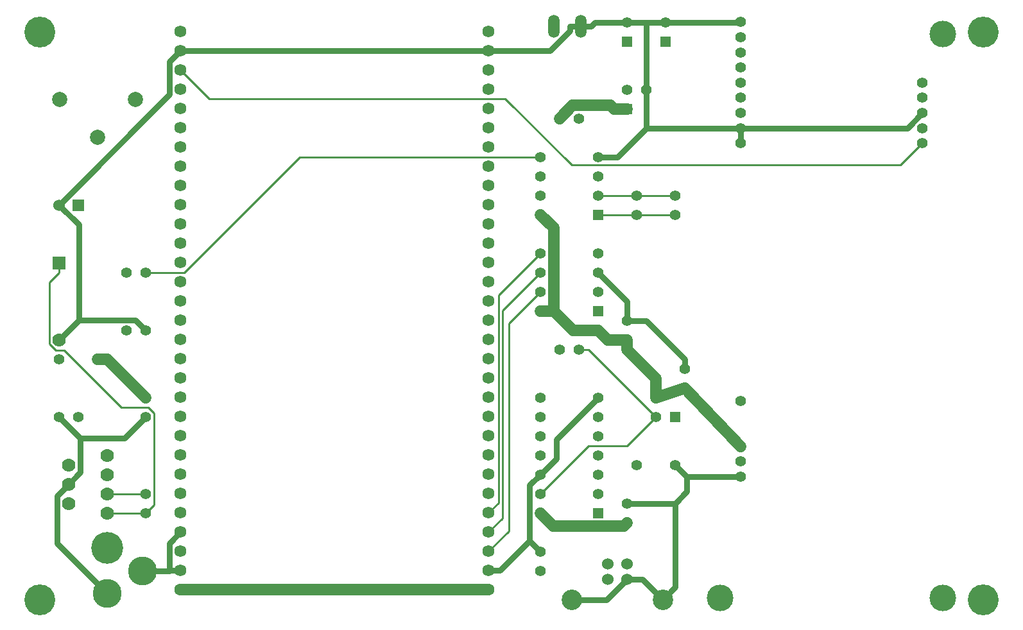
<source format=gtl>
G04 (created by PCBNEW (2013-07-07 BZR 4022)-stable) date 12/20/2013 10:24:56 AM*
%MOIN*%
G04 Gerber Fmt 3.4, Leading zero omitted, Abs format*
%FSLAX34Y34*%
G01*
G70*
G90*
G04 APERTURE LIST*
%ADD10C,0.00590551*%
%ADD11C,0.0625*%
%ADD12R,0.055X0.055*%
%ADD13C,0.055*%
%ADD14C,0.138*%
%ADD15R,0.06X0.06*%
%ADD16C,0.06*%
%ADD17O,0.0593X0.1187*%
%ADD18C,0.07*%
%ADD19R,0.07X0.07*%
%ADD20C,0.0787402*%
%ADD21C,0.1063*%
%ADD22C,0.165354*%
%ADD23C,0.149606*%
%ADD24C,0.16*%
%ADD25C,0.06*%
%ADD26C,0.01*%
%ADD27C,0.03*%
G04 APERTURE END LIST*
G54D10*
G54D11*
X53312Y-53491D03*
X53312Y-52491D03*
X53312Y-51491D03*
X53312Y-50491D03*
X53312Y-49491D03*
X53312Y-48491D03*
X53312Y-47491D03*
X53312Y-46491D03*
X53312Y-45491D03*
X53312Y-44491D03*
X53312Y-43491D03*
X53312Y-42491D03*
X53312Y-41491D03*
X53312Y-40491D03*
X53312Y-39491D03*
X53312Y-38491D03*
X53312Y-37491D03*
X53312Y-36491D03*
X53312Y-35491D03*
X53312Y-34491D03*
X53312Y-33491D03*
X53312Y-32491D03*
X53312Y-31491D03*
X53312Y-30491D03*
X53312Y-29491D03*
X53312Y-28491D03*
X53312Y-27491D03*
X53312Y-26491D03*
X53312Y-25491D03*
X53312Y-24491D03*
X37312Y-53491D03*
X37312Y-52491D03*
X37312Y-51491D03*
X37312Y-50491D03*
X37312Y-49491D03*
X37312Y-48491D03*
X37312Y-47491D03*
X37312Y-46491D03*
X37312Y-45491D03*
X37312Y-44491D03*
X37312Y-43491D03*
X37312Y-42491D03*
X37312Y-41491D03*
X37312Y-40491D03*
X37312Y-39491D03*
X37312Y-38491D03*
X37312Y-37491D03*
X37312Y-36491D03*
X37312Y-35491D03*
X37312Y-34491D03*
X37312Y-33491D03*
X37312Y-32491D03*
X37312Y-31491D03*
X37312Y-30491D03*
X37312Y-29491D03*
X37312Y-28491D03*
X37312Y-27491D03*
X37312Y-26491D03*
X37312Y-25491D03*
X37312Y-24491D03*
G54D12*
X60500Y-28500D03*
G54D13*
X60500Y-27500D03*
X61500Y-27500D03*
G54D12*
X63000Y-44500D03*
G54D13*
X62000Y-44500D03*
X62000Y-43500D03*
G54D14*
X76900Y-53900D03*
X65325Y-53900D03*
X76900Y-24600D03*
G54D13*
X66400Y-47610D03*
X66400Y-46040D03*
X66400Y-43677D03*
X66401Y-30291D03*
X66401Y-29503D03*
X66401Y-23992D03*
X66401Y-24779D03*
X66401Y-25566D03*
X66401Y-26354D03*
X66401Y-27141D03*
X66401Y-27929D03*
X66401Y-28716D03*
X75850Y-30291D03*
X75850Y-29503D03*
X75850Y-28716D03*
X75850Y-27929D03*
X75850Y-27141D03*
X66400Y-46827D03*
G54D15*
X32000Y-33500D03*
G54D16*
X31000Y-33500D03*
G54D17*
X56711Y-24200D03*
X58088Y-24200D03*
G54D13*
X32000Y-44500D03*
X31000Y-44500D03*
X35500Y-43500D03*
X35500Y-44500D03*
X33000Y-41500D03*
X31000Y-41500D03*
X35500Y-48500D03*
X35500Y-49500D03*
X57000Y-29000D03*
X58000Y-29000D03*
X63000Y-33000D03*
X63000Y-34000D03*
X56000Y-51500D03*
X56000Y-52500D03*
X58000Y-41000D03*
X57000Y-41000D03*
X60500Y-40500D03*
X60500Y-39500D03*
X60500Y-50000D03*
X60500Y-49000D03*
X61000Y-47000D03*
X63000Y-47000D03*
X63500Y-43000D03*
X63500Y-42000D03*
G54D18*
X31000Y-40500D03*
G54D19*
X31000Y-36500D03*
G54D20*
X31031Y-27999D03*
X34968Y-27999D03*
X32999Y-29967D03*
G54D12*
X62500Y-25000D03*
G54D13*
X62500Y-24000D03*
G54D12*
X60500Y-25000D03*
G54D13*
X60500Y-24000D03*
X34500Y-37000D03*
X35500Y-37000D03*
X34500Y-40000D03*
X35500Y-40000D03*
X61000Y-33000D03*
X61000Y-34000D03*
G54D18*
X31500Y-48000D03*
X31500Y-49000D03*
X31500Y-47000D03*
X33500Y-49500D03*
X33500Y-48500D03*
X33500Y-47500D03*
X33500Y-46500D03*
G54D12*
X59000Y-34000D03*
G54D13*
X59000Y-33000D03*
X59000Y-32000D03*
X59000Y-31000D03*
X56000Y-31000D03*
X56000Y-32000D03*
X56000Y-33000D03*
X56000Y-34000D03*
G54D12*
X59000Y-49500D03*
G54D13*
X59000Y-48500D03*
X59000Y-47500D03*
X59000Y-46500D03*
X59000Y-45500D03*
X59000Y-44500D03*
X59000Y-43500D03*
X56000Y-43500D03*
X56000Y-44500D03*
X56000Y-45500D03*
X56000Y-46500D03*
X56000Y-47500D03*
X56000Y-48500D03*
X56000Y-49500D03*
G54D16*
X60500Y-52150D03*
X59500Y-52150D03*
X59500Y-52937D03*
X60500Y-52937D03*
G54D21*
X62362Y-54000D03*
X57638Y-54000D03*
G54D12*
X59000Y-39000D03*
G54D13*
X59000Y-38000D03*
X59000Y-37000D03*
X59000Y-36000D03*
X56000Y-36000D03*
X56000Y-37000D03*
X56000Y-38000D03*
X56000Y-39000D03*
G54D22*
X33500Y-51318D03*
G54D23*
X33500Y-53681D03*
X35350Y-52500D03*
G54D24*
X30000Y-24500D03*
X30000Y-54000D03*
X79000Y-54000D03*
X79000Y-24500D03*
G54D25*
X33500Y-41500D02*
X35500Y-43500D01*
X33000Y-41500D02*
X33500Y-41500D01*
X60500Y-40500D02*
X59500Y-40500D01*
X57696Y-40000D02*
X56696Y-39000D01*
X59000Y-40000D02*
X57696Y-40000D01*
X59500Y-40500D02*
X59000Y-40000D01*
X62000Y-43500D02*
X62000Y-42500D01*
X60500Y-41000D02*
X60500Y-40500D01*
X62000Y-42500D02*
X60500Y-41000D01*
X62000Y-43500D02*
X63500Y-43000D01*
X59642Y-28317D02*
X59824Y-28500D01*
X57682Y-28317D02*
X59642Y-28317D01*
X57000Y-29000D02*
X57682Y-28317D01*
X60500Y-28500D02*
X59824Y-28500D01*
X56675Y-50175D02*
X56000Y-49500D01*
X60324Y-50175D02*
X56675Y-50175D01*
X60500Y-50000D02*
X60324Y-50175D01*
X37312Y-53491D02*
X53312Y-53491D01*
X63500Y-43000D02*
X63500Y-43000D01*
X66400Y-46040D02*
X63500Y-43000D01*
X56696Y-39000D02*
X56000Y-39000D01*
X56696Y-34696D02*
X56000Y-34000D01*
X56696Y-39000D02*
X56696Y-34696D01*
G54D26*
X54352Y-50450D02*
X53312Y-51491D01*
X54352Y-39647D02*
X54352Y-50450D01*
X56000Y-38000D02*
X54352Y-39647D01*
X54030Y-49773D02*
X53312Y-50491D01*
X54030Y-38969D02*
X54030Y-49773D01*
X56000Y-37000D02*
X54030Y-38969D01*
X53829Y-48974D02*
X53312Y-49491D01*
X53829Y-38170D02*
X53829Y-48974D01*
X56000Y-36000D02*
X53829Y-38170D01*
G54D27*
X63500Y-42000D02*
X63500Y-41500D01*
X61500Y-39500D02*
X60500Y-39500D01*
X63500Y-41500D02*
X61500Y-39500D01*
X60500Y-52937D02*
X61299Y-52937D01*
X61299Y-52937D02*
X62362Y-54000D01*
X63000Y-49000D02*
X63000Y-53362D01*
X63000Y-53362D02*
X62362Y-54000D01*
X63000Y-49000D02*
X60500Y-49000D01*
X66393Y-24000D02*
X66401Y-23992D01*
X62500Y-24000D02*
X66393Y-24000D01*
X66401Y-29503D02*
X66401Y-30291D01*
X63610Y-48390D02*
X63610Y-47610D01*
X63000Y-49000D02*
X63610Y-48390D01*
X66400Y-47610D02*
X63610Y-47610D01*
X63610Y-47610D02*
X63000Y-47000D01*
X31000Y-40500D02*
X32025Y-39474D01*
X34974Y-39474D02*
X35500Y-40000D01*
X32025Y-39474D02*
X34974Y-39474D01*
X60500Y-38500D02*
X60500Y-39500D01*
X59000Y-37000D02*
X60500Y-38500D01*
X59437Y-54000D02*
X60500Y-52937D01*
X57637Y-54000D02*
X59437Y-54000D01*
X75062Y-29503D02*
X75850Y-28716D01*
X66401Y-29503D02*
X75062Y-29503D01*
X36735Y-52491D02*
X37312Y-52491D01*
X36726Y-52500D02*
X36735Y-52491D01*
X35350Y-52500D02*
X36726Y-52500D01*
X36735Y-51068D02*
X37312Y-50491D01*
X36735Y-52491D02*
X36735Y-51068D01*
X32025Y-34525D02*
X32025Y-39474D01*
X31000Y-33500D02*
X32025Y-34525D01*
X36749Y-27750D02*
X31000Y-33500D01*
X36749Y-26054D02*
X36749Y-27750D01*
X37312Y-25491D02*
X36749Y-26054D01*
X37312Y-25491D02*
X53312Y-25491D01*
X57542Y-24461D02*
X57542Y-24200D01*
X56512Y-25491D02*
X57542Y-24461D01*
X53312Y-25491D02*
X56512Y-25491D01*
X58088Y-24200D02*
X57542Y-24200D01*
X58835Y-24000D02*
X58635Y-24200D01*
X60500Y-24000D02*
X58835Y-24000D01*
X58088Y-24200D02*
X58635Y-24200D01*
X62500Y-24000D02*
X61500Y-24000D01*
X61500Y-24000D02*
X60500Y-24000D01*
X56834Y-46665D02*
X56000Y-47500D01*
X56834Y-45665D02*
X56834Y-46665D01*
X59000Y-43500D02*
X56834Y-45665D01*
X61500Y-24000D02*
X61500Y-27500D01*
X61500Y-29503D02*
X66401Y-29503D01*
X61500Y-27500D02*
X61500Y-29503D01*
X60003Y-31000D02*
X59000Y-31000D01*
X61500Y-29503D02*
X60003Y-31000D01*
X30899Y-48600D02*
X31500Y-48000D01*
X30899Y-51080D02*
X30899Y-48600D01*
X33500Y-53681D02*
X30899Y-51080D01*
X34395Y-45604D02*
X35500Y-44500D01*
X32104Y-45604D02*
X34395Y-45604D01*
X32104Y-47395D02*
X32104Y-45604D01*
X31500Y-48000D02*
X32104Y-47395D01*
X32104Y-45604D02*
X31000Y-44500D01*
X55443Y-50943D02*
X56000Y-51500D01*
X55443Y-48056D02*
X55443Y-50943D01*
X56000Y-47500D02*
X55443Y-48056D01*
X53895Y-52491D02*
X53312Y-52491D01*
X55443Y-50943D02*
X53895Y-52491D01*
G54D26*
X58500Y-41000D02*
X62000Y-44500D01*
X58000Y-41000D02*
X58500Y-41000D01*
X60492Y-46007D02*
X62000Y-44500D01*
X58492Y-46007D02*
X60492Y-46007D01*
X56000Y-48500D02*
X58492Y-46007D01*
X31000Y-36500D02*
X31000Y-37000D01*
X33500Y-49500D02*
X35500Y-49500D01*
X30499Y-37500D02*
X31000Y-37000D01*
X30499Y-40730D02*
X30499Y-37500D01*
X30822Y-41053D02*
X30499Y-40730D01*
X31278Y-41053D02*
X30822Y-41053D01*
X34242Y-44017D02*
X31278Y-41053D01*
X35630Y-44017D02*
X34242Y-44017D01*
X35932Y-44319D02*
X35630Y-44017D01*
X35932Y-49067D02*
X35932Y-44319D01*
X35500Y-49500D02*
X35932Y-49067D01*
X33500Y-48500D02*
X35500Y-48500D01*
X59000Y-34000D02*
X61000Y-34000D01*
X61000Y-34000D02*
X63000Y-34000D01*
X37485Y-37000D02*
X35500Y-37000D01*
X43485Y-31000D02*
X37485Y-37000D01*
X56000Y-31000D02*
X43485Y-31000D01*
X61000Y-33000D02*
X63000Y-33000D01*
X61000Y-33000D02*
X59000Y-33000D01*
X38812Y-27991D02*
X37312Y-26491D01*
X54183Y-27991D02*
X38812Y-27991D01*
X57623Y-31430D02*
X54183Y-27991D01*
X74710Y-31430D02*
X57623Y-31430D01*
X75850Y-30291D02*
X74710Y-31430D01*
M02*

</source>
